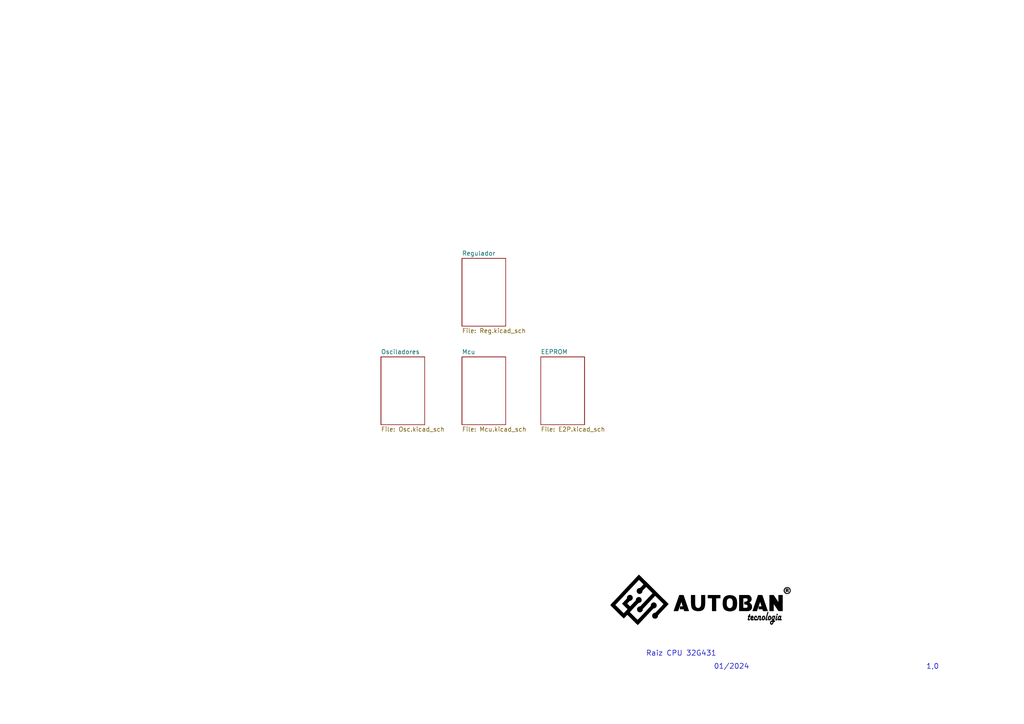
<source format=kicad_sch>
(kicad_sch
	(version 20231120)
	(generator "eeschema")
	(generator_version "8.0")
	(uuid "4e4d72d5-dbdc-4a76-9ce2-f5a97f8267d2")
	(paper "A4")
	(lib_symbols)
	(image
		(at 203.2 173.99)
		(scale 0.142004)
		(uuid "8cd68e6e-74b0-48fb-a2f5-adf7591a129d")
		(data "iVBORw0KGgoAAAANSUhEUgAABWAAAAGGCAMAAADCe9hjAAAAA3NCSVQICAjb4U/gAAAABlBMVEX/"
			"//8AAABVwtN+AAAACXBIWXMAAA50AAAOdAFrJLPWAAAgAElEQVR4nO2d25bkRq5DXf//07PaM2NX"
			"6hIBkmBISu39Vp0KAGQq4Ha755y//gIAAAAAAAAAAAAASPDz83N1BACA7+SHhgUAaOHnh4YFAOjg"
			"54eGBQDo4OeHhgUA6ODnh4YFAOjg54eGBQDo4OeHhgUA6GDbrzQsAICHfb/SsAAADo76lYYFAKhz"
			"3K80LABAlbN+pWEBAGqc9ysNCwBQYlSwNCwAQJ5hv9KwAABpJv1KwwIAJJn2Kw0LAJBC6FcaFgAg"
			"gdSvNCwAQBixX2lYAIAgcr/SsAAAIQL9SsMCAAQI9SsNCwAgE+xXGhYAQCTcrzQsAIBEol9pWAAA"
			"gVS/0rAAAHOSBUvDAgBMyPYrDQsAMCbfrzQsAMCISr/SsAAA59T6lYYFADij2q80LADAMfV+pWEB"
			"AI5w9CsNCwCwx9OvNCwAwBZXv9KwAACf+PqVhgUA+I2zX2lYAIB/UYuThgUAiKHXJg0LABAhUpo0"
			"LACATqwyaVgAAJVoYdKwAAAi4bqkYQEAJBJlScMCAAikqpKGBQCYkixKGhYAYEK6JmlYAIAhhZZU"
			"G5aKBYBXUqpIChYA4JRiQ6oNS8UCwOso1yMNCwBwiKEcaVgAgAMs1UjDAgDsMBUjDQsAsMFWizQs"
			"AMAHxlKkYQEAfmGtRBoWAOAfzIVIwwIA/A97HdKwAAD/xV+GNCwAwB86qpCGBQDo6VcaFgCgq19p"
			"WACAvhKkYQHg3XRWIA0LAG+mtwBpWAB4L931R8MCwFvpbz8aFgDeyYruo2EB4I2saT4aFgDex6re"
			"o2EB4G3crl9pWAD4Em7YrzQsAHwFt+xXGhYAvoCb9isNCwDPZ1XbhQuWhgWAh3PffqVhAeDZ3Llf"
			"aVgAeDL37lcaFgCey937lYYFgKeyrOPyBUvDAsAjeUK/0rAA8ESe0a80LAA8j6f0Kw0LAE/jOf1K"
			"wwLAs3hSv9KwAPAkntWvNCwAPIen9SsNCwBPYVmp2fqVhgWAZ/DEfqVhAeAJPLNfaVgAeACL6kzv"
			"TRoWAEY8qAZu16/8/5oFgFOe1QSLqizWmbGnAeAlPK0KFhVZtDGjzwPAC3haFyyqsXhfxk8AwHfz"
			"uDJYVGKZtsycAYCv5XllsKjCcl2ZOwUAX8nzymBJgak9uTfKngOAr+Ps0t+3DJrrS+3Hc6P8SQD4"
			"KkYX/p5l0FpeajeOjSpnAeBr0JtidbIzWqtLbcaZUe00AHwFkaZYm+yMzuJSa1Ewqp4HgOcjXPR7"
			"lUFnbcmtqhjVFQDg2Xxc87Obf6cu6CwttRJFI4cGADyXj1t+fvXv0wWdlaUWomzkUQGAh/Jxx8/v"
			"/m2qoLOx1DoM+Lh0AOCBfN7wwd2/SRV09pVahiEfnxIAPI3P+z26+vdogsa2Uqsw6OPUAoBH8Xm9"
			"R1f/Fk3Q2VVqE0Z9vGoA8Bg2t/vjp5PPriyCzqZSezDu49YDgGewudufPw4/vILWnlJrMOHjVwSA"
			"B7C52p8/Dj+8gNaWUksw5dOhCQA3Z3uzP388+fCqGujtKLUDcz49qgBwZ7b3+vPn8aeraW4otQKT"
			"Pl26AHBbttf64+fdnb+0BJr7SS3AtE+fMgDck+2tHl/5Kzugu53U/sv7dGoDwA3ZXurxhb+wAtq7"
			"Sa2/gk+vOgDcje2dHt/26xqgv5nU9qsYNcsDwL3YXunxXb+sABb0klp+JaN2AwC4EdsbPb7rV93/"
			"Fa2kdl/Nqd8BAG7D9kKPL/tF139JJ6nVV7RaYAEAN2F7n3/9fHDXr7n9axpJbb6q1woPALgF2/v8"
			"+8fdXb/m8i8qJLX4ylZrXADgBmyu88eP26t+zdVfVEdq79W9FtkAwOVsbvPHj9urfsnNX1VGau0Z"
			"zFb5AMDFbG7zx0/bm37FxV9XRWrtLfzdsmEqALiQzWXWf1ocr7+I1NZb+dvluhMAXMmoRD8v+gW3"
			"fmUNqaVn8VtoBQDXMSrRj88uuPRrS2hp6S01A4CrOGzRzWfbxxYnW1NBaztvrRsAXIN4ldff+OUF"
			"tNaQhgV4A9JVfkG/fvfvmAHgEpSr/IZ+1TwX29GwAA9nepcvuOzXVM9iRxoW4AVM7vJr+nVuu9qP"
			"hgV4PqPLfMVFv6x2VjvSsAAv4Ow6X3PNLyyd1Y40LMALuNMlv7Zy1jpqsy5cPgA0cJ8rfnXjrDQU"
			"Z125fgBo4Db3+/q+WeYX6FcaFuDZ3ONy36JtFtmFCpaGBXg2N7jad+maFW6xfqVhAZ7O1df6Zk2z"
			"/E8ibjI3AHRx4Y1+U8/E+/VbJgeAK3hTy2T69VtmB4D1vKljcv36LdMDwGre1DDZfv2W+QFgLW/q"
			"l3y/fssGAGAlb2qXSr9+yw4AYB2ubnlCDdX69dajAcANsTTLQ4qo2q/3HKwttVU2riV+JWmSW+nh"
			"ZmP1uDhU18zvQ/rO1P+3jDee8w/arI/6+v7QFtoqG9cSv5E0ya2ch3PrXTOZFucy1QXDO5G+r3Hm"
			"Zwz6l+sdvnqKPW2ZrbJxLfELSZPcSs//caabzKan6ZE1aGSCtSEschb5KaPaXuGr59jSl9mqGteS"
			"vo0CDRvJS99guFiaq2SbJ/ciDDyL/G2zFtdxAX2RrapxLenLKOBeR0n++vGCaa6SbZ3bjDDvLPHX"
			"DVtdyHr6EltV41rSd1HAuouqgXu4oH0iTJNuWSORqwtpj5V+vdG02qwiVw/zm8bEVtG4ljZZHuMm"
			"6h7GueLmqTAX6fZNbUcat9avtxlXnFV77DZT/aExsFU0rqVNlse2B4eLaaaUdy5Ll3BVIzNxC/U1"
			"Ova1Bn1W7cl7TPU3jXmtonEtbbI8pi14fAzzZK2zWbqEixq5mf0YhjWsaw2BWbVH7zHWHzrzWjXj"
			"WupoWTxLMDk5bHLO6SzXCPeM7GfFqHcZOJbzMWP9jZiWgs3FX2ZlMko4p6O0Kdc0EhM34FihY10r"
			"CMYUx7p+rr/pTGvVjGupo2UxbMBn5nMKGheitCmXNOIDN+BYoLqtqycOh3zIXH8jfwkdv5VxipVm"
			"y1FfgNHNaRXxrUS5RLlhYD+W/Tm2tYBMxkcM9jfyl0DBhuMvtTObyb6VJFHl1xSsZX3ysq6dOBfx"
			"CZNFguayWiXjWvpsOYrTe/3sbqJvKUlQ2fK22kP58SxPX1b4f9GSHy2b0nZuMYEvoeHfFZ1ixeEy"
			"1IY3GzbYKba1JEFli7Q9lB3T7hzLGinWhoyFtJ5cSeBLoGBD8Vc7tvjNbWtBQsIx7bxGNJQb1+oc"
			"yxrLVSettaRxtj7EkMmkVsW4VmS4DKXZ3ZY9fjPXapCQsud1dWdy41qcY1dTtSWznrnYhutDjJhN"
			"ahWMa8Wmi1MZ3e7ZZTg0LQcJKXu03ZnM2PZmWJUi1j9r+Z2vRCwiJswGtQrGtWLTxSlM7vdscxy6"
			"VnMEhMPiWY1gJi++tRlWJWl1z2q4ZvmIRcR86ZxWwbhWcLww+cEbTBstGws2+E45tM2RvBi3Vt+U"
			"KHXlrJ752hDjpXNa9eJa0fGi5AdvcO20fGjBJv/bSCySFefSyouSlVqH9UyZjFhFTJeOadWLa0XH"
			"i5Keu8O11VP/pvqUE+o5jVAiK9aVlRelCzUO6xozFbGKmC2f0qoX1wrPF8S2V4ftFZ6OGLJyRj2l"
			"EUpkxbqx6p4COpfOahixCzFaPqVVLq4Vny+Gb68G2ys8HTFkZZe6N5ET78KKawrJXDprfcYuxGT5"
			"kFY5//7M06qye4/QieS/+dbitswek07JZzQigZyY11VcU1OqDtX6kD2IuQoZrXL+9ZmnVWWP9eVT"
			"7oLVvN2zh5WT8gmNSCAj5m0VtxSUecSswZBlxFiFjFY1//a8w8qyp+LawZNgpWFyloUJwspp/bhG"
			"JJAP87JqO4rrXDnrXRtW3V0+olXNvzzvsKrqSFo621CwrtYR82eks/pdo5oxr6q4o7jOhbNGcoZE"
			"i8i7ywdcucNYMn88WXUoLBw+EagNU4iciJ+RTus3jerFvKnahjJC9ll7/oZ0TLSGvLt8wpViIa2G"
			"eKroTFc431Cwnl1I2XPSBYOoRiCPC/OiagvKCbnDyXrBqFHdPIHlZfOtFAtpNcRTRctVdyLR7Gqa"
			"Pa+dN4hq6HFcmNdU209SyRxOHjacNa6cI7C7dLyVYiGthniq6FR1KnAs0mzrmb2gXTAIauhxTJi3"
			"VFtPVsobTh42ETaj3RinEs86qn9t1niipiA6lThUqfoadqEEz2qXHGIaehwP5iWVlpPXsoaTh02l"
			"zal3pamks07q35o1nqipiE41vqxg+8rjSN+XxoN5RcY/IPAXrFOrEDer35GlFM46qH9p1nhGzZnG"
			"oU7VeFHutHjJIaQhp7Fg3pC1X90Fa5Sq5c072KOUwlnn9O/MGk+TtP2D3j5MPbaQuqBes4hoyGkc"
			"XLwho9r6WQuBKx7WILVs1jH9K7PGc0rOVI6Eqs713ELqinzJIqKhhnFg3o+5Xy8pWHnWUuKaiy9H"
			"LZt1Sv/GrPGskjMZCjbvYAtjwLyeK/t1HtI8azFz1ccUoxbNOqR/YdZ41pCzZAdS1WHKwYXMFfmq"
			"h66hhqlj3o67X72/gTXPWg5ddzKEKCazzujflzWeN+Qs2uKC9UQuGtQ8dA0xSx3vbqLbMQt6tORZ"
			"DakdXtUMxWTWEf3rssbzKs6EKNi0hStLGe9q3P9CbxY0z2rJ7XErRSgGs07o35Y1njfjLJq9YMu5"
			"54mrDlUTVUPMUsa6Gf/fWbX+htg8qym5yy8doJrLOqB/WdZ45oyzbF9WsC13/tjCFKWMcy+y3EV/"
			"oGuOZsvuc8z5V3NZ5/PvyhrPnHGWzVuwhtjTwAYPy2+TTVGqONciy1n/HUoXdmfzpXd6Juyrsazj"
			"+VdljWfOOMt2t4Kd5q3Ec7nkNtuCcyuyXF+/DpXd2Zz5va5B83Iq63T+TVnjCYrObM6CdaxhmreQ"
			"z+aS22wHxp3oci/q12sbNrq9dCrrcP5FWeMJiq3h8sM4tjBzn7PERtKQktTQ0xrlGvu18I/vcDb3"
			"DH5nCrYjnqBoDbdVyw4T9Umq3MTGNnAJOatT7mX9emHDhteXzmQdzb8mazxB0RrOUrBTk0V/OKoa"
			"OUwsQUrIUW+tp2mXBQrU0/f61jNZJ/NvyRpPULSGKxfs1CCQWdOqOzlcLEEqqEHvradplwVK1PO3"
			"2tYjWQfzL8kazx1xFi5ZsFPZVOSgatrKYuMIUkCNeW89TbssUKQ+QaOpIZF1Lv+OrPHcEWfhVhSs"
			"L6zJzeHiyFFATHlzPU27LFCmPkOfpyGRdSz/iqzx3BFn4RYUrC+ry85jVM+Rx53BPZJzXe5ZM9Sn"
			"aHC0/bcP61T+DVnjuSPOwvUXrDGr9E55jOroc8dxR3BP5NyWe9Yc9Tn8hspDFi9n8IZVuAWt4boL"
			"1prV9Q9tOX2FyORB3AncA1l3ZQmXmSI3U1Y/4Wf76zvWmfz7scZzR5yFay5Ya1Ttr0d9f8G6A9jn"
			"cW7KES4/SWKonHrCTX6qbOZM3rALt6A1XG/BeqNSsJH0Zj1/QEnYoFEbJj5WSjxhpj3mMHMmb9iF"
			"W9Aa7lG/gxWdDU4GIqN71xSzt0/jXFFdpz5PeLCMdsIr8FjRzJm8YRduQWu49v/I5UtKwQayX6Zn"
			"raGykmOg8GgZ6bhT6LmamzN6wzLcgtZw9/lbBKqUwTGQPo86dwy3uX0Yp2BZyjNSeLj6dy97WLJY"
			"x/GvxhrPHXEWrr9g1cCqjsEwlD6L/h1FMHvbZ3EKlqVcQ/WMV/QJPlhxc0ZvWIZb0BpuKyc+PZeN"
			"JpZlDH6x9ElCX5OK2do+ilOwLOUbq2fAkkv4yYKdM3t8GRSsgCOo752Kpk8R+ppEzM72SZyCZSnn"
			"YD0jVkzCTxbsnNnjy6BgFeo5fxKP5s3qhL4mDbexexKnXlnKOlnTkHmPSJyynzN7dBXCiG5Ba7hV"
			"BWvovMSjebM6oa9Jwu5rHsWpVpdyTtY2Ztoh9WzW0Bk+ugthRLegNdyygp3EjgisMKsT+poUGmyt"
			"s6zX6lVYMmjWIPVs1tAZProLYUS3oDXcuoKtXofkw0m3OqGvSaDF1jiMM59ByxlnpbamHwtTNXSG"
			"D65CmdAtaA234q9pCblDx4tezyzYJlfbNM58Bi3bXN2z5uTTT6ccnemDu1AmdAtawy0s2OJ/kQg9"
			"PF5SKn2U0Nc0pc3UNI4zn0NLHavjwueVZf300ylHZ/joMjoknXqzcCsL9jx58GzFSluK4FBKEKXR"
			"0zKPM9/CPGqktlmTBtE8RUdj+OAqpAHdgtZwyYKV5bXkwbMVK20pgkMpQZBWS8NAznwWLXUm/+1M"
			"60YMSs8nLH3po8swp/NnnIUrFqzmMY0ePFmxEpeiWOQDBGl2LE/kzOfRUkdSU/XMmnYoPZ+w9KWP"
			"LsOczp9xFs5RsJLP6Hj4YNpJX4pgkQ8QpNuwOJJzISYtdSI1VsusaYfyiainL35wGe50/oyzcK6C"
			"FV+99NHigfhSBIt8gBj9fqWZnPtwaakDqbk6Zs1blE9EPX3xg8twp7NnnGUzFmzhX9ztKatJVY+k"
			"f4wVhhUPZzqTljqOHiykG5HMeJRPRD198YPLcKezZ5xlcxZs+ptOHEs6qadVj6R/kBWOeQ9nNpeW"
			"Oo2ezD9r3iKTqmhqyx9dh5LuSsHw5kreU7dHFWyxYYebirHCMuvhjGaTUoeRk5nz1TwsZ2IKtvyx"
			"ZbjD+UPOsnkLNvmPwumh1CtV+eNi3SRjH2eFZ87DGcwnpc4iRzPnK5nkgtVcbfGD22jS9AnOsi0v"
			"2NzrYToU3YpgkrFPsMI04+GMtVwqIGjOVzLJJavZ2vIH19GkuWxce8Fmfgs7D3lVwZYadrapGCtc"
			"46M5QznnkyeRFRf1a/K9LgezjdWxHls4v+JM6CEFm5pskFU+qbiE3XOssI3O5oxknU4exC4pqhVs"
			"suFqtqb8wW1o4S5UnO7tBgU7z3hdwVYadrapKCt8Y8M5A1lnk8fQNa1iJZtsupqvKX90H02irnHv"
			"WLCuvxCQPKadDdlE3bOsMI5M54xjnUwewp2v/p1nParZXJO1LKhBdNG4B0pV57BjIqN67jRs4KBi"
			"EzPPs8JZH88YxjuYPIKuac1XM8oHrBl74kf3IaleJzmdl4KdHlR8QuYFVlin501GcWplBjBKavmK"
			"Rk0vpGc4j0pUtUHS9s9d+zBhS+GAMEcsbOig27zCCu/svIkgTq1sfJ+klq/qdFXBWhbVs5UGye8p"
			"WCWj8Ewsbeic2bvGCvPswNEYTq10eJ+klq9q1fWHVpb5HBoJ2QZJ24thHyZqqWQUnomljZ3zehdZ"
			"4Z4cOBbCqVWIbpPU8pWt2v6rgGFCg0RKt0PT9WbYh4laKs8rg4TS2jMGvKussM8NHIng1GqWdear"
			"W11YsLMZywJZ4Q5N0389sA8T9ZSeFx6KxQ0ec1rXWeGfm1gP4NQqxXZpavnqXqkhpZTlKavn88od"
			"mnNZQYGCFY8ZrQ2sCJCaWLZ3apVCuzS1fAav1JRSzKpA1b8g3SI601Xm9Rds2FN6XFENxQ0f81k7"
			"WJEgM7Fq7tRq1rXmq5ulphRz1hTq/vlkLaITYWneI4HaMFFT7XFFNZQ3fMrm7GFFhMzImrVTq1nX"
			"ms9glhpTTFpSKLtXkrWIjpWl0/6CDZtqj0uykbzxUy5nEysyJEaWjJ1azbrWfA631Jxi1IKGwb2S"
			"rEd1JC0O7C7YuKn2tKYbyJs4ZXJ2sSREfGbB1qnVrGvN57DLDapmzYpYzCvBelTPtdWBU4ergT8U"
			"xKdV5Zmd7lvZ6sjYx4oU4ZEFU6dWs641n8UuN6maNiVj8i5tpkf1VL02sX46Scysnik1pGMx4W88"
			"xooY4Znnlk6tXllrPo9falQ9bkm56F3J1SR7aFCeOCSQIWZWz5Qa0rGZ3LeusyJHdOapoVMrL+uT"
			"FPN5DFOzBvKWlGvWpVxNsj0Tr3RVn7YZysaO1SS/dp0VQYIzT+2sYklVo6QWz2WYGTaUuCZdcS7F"
			"6tJtmbjbNFawjkyZIR2ryX7tOiuSBIeeuTm1OvfgVzQ4xqZNJK5JF4xrq+nSbZm42TTzJwR3KdiO"
			"3yjVWBElNvSN+7Vh6Ihk3TKWLRW5pl0wLqVqE+6YuNcz9ScE1UyJIR1fSPprD7AiS2ho6wV25usY"
			"OaRZt4yFS4Uuamdti7tpE+6YuNXzJ1iwnkyJIR3LSX/tEZaE8Q3dsMCG+a35fJ6xdLnURfGka3E3"
			"fcoNEzdabmz1p42moqBjO+lvPcSKNL6Z/ftrmN6az2cajJeMXVRPutYy9Sk3TNxoubHVnzaaioKO"
			"byT7pQdZEcfmEVjfdf+xv0PT4BmLlw5elc94FiM1SvsnbnPc2epPO101Qcd6Ul94ggV5bA7u9XVM"
			"3qFpMA3mSyevyicsq8vp1LZP3GS4tw08bvWVBB37yXzdKdoD+fT17UlpOwZvkLS42sI7NGJ0L6dV"
			"3D1xi9+Rby1mLG/4kGNBSnoPzYmM6vLynHINw4YkPa6+9BaRAO3b6VU3j9xhd2hbShnMGz7kWJAU"
			"30NvJKO2vDzj74evmtVra4zvUZEprkbI0yzvHdnvdmxbjBkMHD3j2JAW30NnJqeymlMSbBi5QdLk"
			"axzAJCNSWYuYplvfOrHZ7NS3mjMWOHrGsSIxvwcxUyKUVVeNqSg2DNwg6fJ1TuDSMXmVw7QbOCe2"
			"eg2My0FDgaNnHDsS85vQMsVTeVXVlIJkw7gNki5j6wg2IVvsWpZ+B+PIRquRsSFpKHHwiGNHan4T"
			"WqiL/86SGnKu2TBsg6TN2DqDUcqTuphkhYdtZJfRxNeQNJQ4eMRv2Y8UKpjLLalmfFW/OgvW+mpq"
			"G6lnruZYYuIa2eIzN7ZkDSQOHnF4ygO4kBYRCmYXdP0dDHuuS/+1xGnrnUJbSveqFjlVhtVzlF0k"
			"Z1daPXLshMNSH8CFtIhAMrNcJKLjPzNGct27Xy8r2HwfhLdQyLDMyJGi5CE72+LKkWMnHJ6BCVxI"
			"m5CjWcWcCS/LFZJ0ersncefr3dNCu/is0Qxph5CzMfA1BeudwIa0CjGbUcqr2pCrZ1abuX0Uf8TO"
			"La01DM0aD5CQj1t7M8eTGNytE/jQduEZMDdlWbUhV9esLnP7LE05L/ozlOWGFfeQdtbbnDqcxWHv"
			"HcGGtAshnUkmKVwO5o/U9oW6jVtnWb+esWmfc9caJd2itzt5OI/F3jqCD2kZ03gWkbT02mCNs34v"
			"/13Jty+F9wF2iH1h+Nfw5DtWkW0I1jorfAO8CfALsTEGL0pz5+RlG4I1zwoAX4bYGeel0d05aVl/"
			"ME2RfgWA/yO2xllt9HdOUtYfTFOkXwHgX8TeyP4l5XrppFT9uVaMCvACXnZPxObI/a/sLKUTF/Xn"
			"WjQqwLfzupsidkfq/0yEaZVBTX+udaMCfDUvvCpie2x3kjxWD+mZJ2nePynAF/PGu5KqSvXQ8l36"
			"Q91zToAH8srLkqhK9cjyZfoj3XFKgEfy0tsSrkr1wPJt+gPdb0aAp/LW6xKsSvXx5dv05rnliADP"
			"5bX3JVQkgeJZu09nmDvOB/BoXnxhAlUSqp6VC/VFueV4AA/nzfdF7pJo+SxbqS3IHYcDeD6vvjDh"
			"WrlZCdly3G80gK/g3TcmXCy3qiFXitsNBvAlvP3KxLvlPkXkynCzsQC+h9dfmXi73KWKXAluNRTA"
			"V2G8Mw+9efF+uUkZmfzvNBLAd2G8NI+9e/GGuUUdmdzvMxCAlTu8rL5L8+DbF++YGxSSy/sm4wCY"
			"ucXrars1j75/4ZK5vpJczrcYBsDPLd5X27V59gUM18zVpeTyvcEoAB3c4oX13ZuH38Bw0VxbSzbX"
			"qwcBaOIWb6zv3jz9Ckab5tJisnleOwZAG/d4ZX0pHn8Ho11zYTX5HC8cAqCTe7yzvhTPv4TBsomy"
			"OmjHzL4ZAHq5xTtrDPEFlzDYNv+Mu7idjG7xWQGewS1eWmeIO8xTJNg3/4y7tJ+cXolZAZ7APd5a"
			"a4jrxykTK5x/x13YUFanzKwAD+AWb6357lw9joFQ48T/HyKuCtgybj08wCpu8dbeIsS9yFbOopIy"
			"uySHBbg593htbxHiZmQrZ0lNuU0Cw/KSwEMYvbmDV/n4o39/cXb04LPjuzO6Tz+ffpuPJo8fS96O"
			"ZOMs6Cm7hTpqNTjAMs5f3cHbfPbJP782uAenqoe/PLpRvz/aPDNTetAd1frm5J8miXPtwcqKxdwA"
			"6zh/dQev8+kn//+184sgqGpPf/4DYPvI/sTP6PFbc/AV7cmeyy+hQV6ULMUGWMnpuzt4n08/mV+E"
			"0Yf7X4xIfTwxlToSvC2H2YVRlHPpLXSIi5qF1ABLOX13B+/z+UfTmzD6cP9rManfD8yldnp35jj9"
			"fJL5ufwaOqTFvOnMAIs5e3cHb/TgXZ9dheGnc6Op1e5PN8ZPP+eWnuSfDjI7l99Dj7CYNxcZYDkn"
			"7+7gjR6869OrMPxUkZtYbQtWfPwBnAwwnWN8Lr+IS2VT0gAXcPLuDl7pwcs+uwvap9LTY6tosCdw"
			"MsNsjsGxwipaRPW0KW2ACzh8dQev9Ohln9wF7VPp6ROnby7Y8/JJHivsokEyFPZpXx28mKM3d/BO"
			"D9722WXQPpWe/vh5/On2gQPrhzBZb/BYVCas6JzRIw5wBbu39vM9/vj046PNuZ/DD2e/jTz5Xefw"
			"6c3ZidRfJ4cfd0tH64seywiF9IwjusQBrmD31n6+x4c/7Kv3tMd2qpvfSB4dnjw9NI5+/CB+9iSP"
			"HZEPkRdbrA6wnt1b+/kLv3/6Ofxoc+zg3ODjxNPbe3Z2Vvv4SSSbZnfsGKOWcUSrOsBqdq/t4K3e"
			"PPrx01bn5MeTnos8PVZSfwP7yGt68J0kjp1hU/JNaFYHWM3utR281ptnD374OWnM6wv2dN5HkWya"
			"k+90i0mnMJ9iUZIHWMvutR281ZtHP37a6GxlT23CT589+4qCzf4tiOMv9fhbrqoUplNMivIAS9m9"
			"t+ev9fbR3z9s3//DZ49swk9Pnj0Jcj5BvyIAAAPTSURBVD7vw0gWzfG3evg1FzUKsyk2ZXmAheze"
			"28F7ffTs7tjhjwe19vErkae3H07Onjz93IuazH/yvR59z20K9ah1cYCV7N7cwYs9ess3n20f3R8d"
			"KQ+fnkiHgzyOZP6Tyjr8pjvOO6I6xAEWsnt1By/26DXffLZ9dH/096+Enp48Gw7yPJLxT2vr6Ls2"
			"n/ZkNYkDrGL/7g5e7MF7Pnt0f/T3r4SeHj87kXr1XT1urbNv23fWFNanDbCI/cs7eLEHb/rmo/nR"
			"j1/Yfjp8evzsROrdl3X/3R5iPWmK61UGWMP+/RVu2fyj3ZPDX9jdIuXpzScUrMKwHQdtlj0H8G72"
			"V2NwWYQLeCZy9sDp305Qnx49ef70a6tgVpHH68mdAng7B1djcF3Or9Lmg/1jm6OfP+4eDzy9OXsu"
			"NR7gNZy24yflMwDw18ENGdye+SenssNLmXx698OR85nUrzPvYrSQ493ETwDAHw7uyOgCnX6yuWSR"
			"o9GnR3+P7GCgE6XPU69iuJGD3USfB4D/cXRLBjfo7JPtLZOPJp4eFuzBrx9LfR57F8ONzFfKJgE0"
			"Dq/J4AqdfTK7k6dHDx8fP03BlhmuZLOcyLMA8JvDezK4Q+I1k48ePz5++vCzwUBK4Lcx3Mn8i2CP"
			"AArHF2VwibR7Jh89fnz89OFng4GUwK9juJQ4V48DcE8Ob8rgFmn3TD06CDG6xUFnJfHrGC0lzNXD"
			"ANyU46syuEbaRdOO5p4+DHH20Sxyz1afwGgrQa4eBeCunFyVwT06/GB70Y5lT+9l7Olh+R598Pkr"
			"Z6Jv4+CLzHH1IAD3Reup3x8efbK7acLR9NP/frT/320dn/r8lTPRt3HwHae4eg6AOzMpsYPPDj7Z"
			"HT+7gCe3Mvb0P4bDQ0f/wJiovguxQCdcPQUA9MAdr0G/AsAnXHUf9CsA/Au33Qv9CgD/g+tuh34F"
			"gL/hvjdAvwLAX0oVXJ3wkdCvAKAUwdURnwn9CgBc+S7oV4C3w53vg34FeDnc+UboV4BXw6VvhX4F"
			"eDPc+V7oV4D3cnC5uexW6FeA13Jwt7ntXuhXgLdy3q9cdxcULMBL4TewC6BfAd4JBbsC+hXglZz2"
			"K/fdCf0K8EYo2DXQrwAvZHu/ufBN0K8A72NzwbnxbdCvAK/jrGAvDfWd0K8Ab+PjknPlW6FfAV4G"
			"d34h7BrgZXDnF8KuAd4FBbsSVg3wKujXpbBqgFdBvy6FVQO8CQp2Lawa4E3Qr2th1QBvgn5dC6sG"
			"eBP061pYNcCboF/XwqoB3gVXfiUsGwAAAAAAAAAAAAAAAAAAIMN/AA0Bx0oX6i2oAAAAAElFTkSu"
			"QmCC"
		)
	)
	(text "Raiz CPU 32G431"
		(exclude_from_sim no)
		(at 187.325 190.5 0)
		(effects
			(font
				(size 1.5 1.5)
			)
			(justify left bottom)
		)
		(uuid "63610fb2-138d-4ce8-86bf-d3e576b55539")
	)
	(text "01/2024"
		(exclude_from_sim no)
		(at 207.01 194.31 0)
		(effects
			(font
				(size 1.5 1.5)
			)
			(justify left bottom)
		)
		(uuid "6e5db169-211b-48b0-9d1d-46cec252a727")
	)
	(text "1,0"
		(exclude_from_sim no)
		(at 268.605 194.31 0)
		(effects
			(font
				(size 1.5 1.5)
			)
			(justify left bottom)
		)
		(uuid "aec329a1-9620-4b66-a108-64b806074f58")
	)
	(sheet
		(at 156.845 103.505)
		(size 12.7 19.685)
		(fields_autoplaced yes)
		(stroke
			(width 0.1524)
			(type solid)
		)
		(fill
			(color 0 0 0 0.0000)
		)
		(uuid "0597d64a-05e7-4109-81f0-978aa3e72d76")
		(property "Sheetname" "EEPROM"
			(at 156.845 102.7934 0)
			(effects
				(font
					(size 1.27 1.27)
				)
				(justify left bottom)
			)
		)
		(property "Sheetfile" "E2P.kicad_sch"
			(at 156.845 123.7746 0)
			(effects
				(font
					(size 1.27 1.27)
				)
				(justify left top)
			)
		)
		(instances
			(project "CPU Stm32"
				(path "/0882ad57-6d26-4cfc-9dea-dd977232d729"
					(page "4")
				)
			)
			(project "CPU Stm32G431"
				(path "/4e4d72d5-dbdc-4a76-9ce2-f5a97f8267d2"
					(page "4")
				)
			)
		)
	)
	(sheet
		(at 133.985 74.93)
		(size 12.7 19.685)
		(fields_autoplaced yes)
		(stroke
			(width 0.1524)
			(type solid)
		)
		(fill
			(color 0 0 0 0.0000)
		)
		(uuid "3c7c638d-6e79-4a01-8651-6cf753228f77")
		(property "Sheetname" "Regulador"
			(at 133.985 74.2184 0)
			(effects
				(font
					(size 1.27 1.27)
				)
				(justify left bottom)
			)
		)
		(property "Sheetfile" "Reg.kicad_sch"
			(at 133.985 95.1996 0)
			(effects
				(font
					(size 1.27 1.27)
				)
				(justify left top)
			)
		)
		(instances
			(project "CPU Stm32"
				(path "/0882ad57-6d26-4cfc-9dea-dd977232d729"
					(page "5")
				)
			)
			(project "CPU Stm32G431"
				(path "/4e4d72d5-dbdc-4a76-9ce2-f5a97f8267d2"
					(page "5")
				)
			)
		)
	)
	(sheet
		(at 110.49 103.505)
		(size 12.7 19.685)
		(fields_autoplaced yes)
		(stroke
			(width 0.1524)
			(type solid)
		)
		(fill
			(color 0 0 0 0.0000)
		)
		(uuid "a7484047-0327-4646-bb8d-d79b1e2bada5")
		(property "Sheetname" "Osciladores"
			(at 110.49 102.7934 0)
			(effects
				(font
					(size 1.27 1.27)
				)
				(justify left bottom)
			)
		)
		(property "Sheetfile" "Osc.kicad_sch"
			(at 110.49 123.7746 0)
			(effects
				(font
					(size 1.27 1.27)
				)
				(justify left top)
			)
		)
		(instances
			(project "CPU Stm32"
				(path "/0882ad57-6d26-4cfc-9dea-dd977232d729"
					(page "3")
				)
			)
			(project "CPU Stm32G431"
				(path "/4e4d72d5-dbdc-4a76-9ce2-f5a97f8267d2"
					(page "3")
				)
			)
		)
	)
	(sheet
		(at 133.985 103.505)
		(size 12.7 19.685)
		(fields_autoplaced yes)
		(stroke
			(width 0.1524)
			(type solid)
		)
		(fill
			(color 0 0 0 0.0000)
		)
		(uuid "c276e359-996b-43e7-b0a0-b77cdf843b15")
		(property "Sheetname" "Mcu"
			(at 133.985 102.7934 0)
			(effects
				(font
					(size 1.27 1.27)
				)
				(justify left bottom)
			)
		)
		(property "Sheetfile" "Mcu.kicad_sch"
			(at 133.985 123.7746 0)
			(effects
				(font
					(size 1.27 1.27)
				)
				(justify left top)
			)
		)
		(instances
			(project "CPU Stm32"
				(path "/0882ad57-6d26-4cfc-9dea-dd977232d729"
					(page "2")
				)
			)
			(project "CPU Stm32G431"
				(path "/4e4d72d5-dbdc-4a76-9ce2-f5a97f8267d2"
					(page "2")
				)
			)
		)
	)
	(sheet_instances
		(path "/"
			(page "1")
		)
	)
)
</source>
